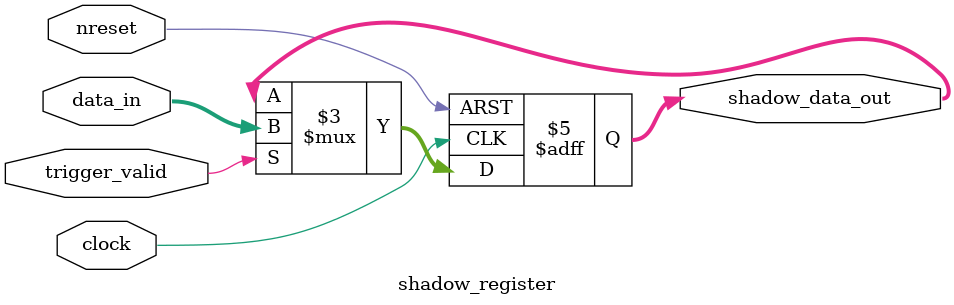
<source format=sv>

module trigger_shadow_reg #(
    parameter WIDTH = 16
)(
    input  wire             clock,
    input  wire             nreset,
    input  wire [WIDTH-1:0] data_in,
    input  wire [WIDTH-1:0] trigger_value,
    output wire [WIDTH-1:0] shadow_data
);
    // Pipeline stage registers
    reg  [WIDTH-1:0] data_capture_reg;
    reg  [WIDTH-1:0] data_pipeline_reg;
    wire [WIDTH-1:0] data_to_shadow;
    
    // Trigger detection signals
    reg              trigger_matched_stage1;
    wire             trigger_detected;
    reg              trigger_valid_reg;
    
    // Stage 1: Data Capture Pipeline
    always @(posedge clock or negedge nreset) begin
        if (~nreset) begin
            data_capture_reg <= {WIDTH{1'b0}};
        end else begin
            data_capture_reg <= data_in;
        end
    end
    
    // Stage 2: Data Pipeline and Trigger Detection
    always @(posedge clock or negedge nreset) begin
        if (~nreset) begin
            data_pipeline_reg    <= {WIDTH{1'b0}};
            trigger_matched_stage1 <= 1'b0;
        end else begin
            data_pipeline_reg    <= data_capture_reg;
            trigger_matched_stage1 <= (data_capture_reg == trigger_value);
        end
    end
    
    // Combinational comparison for final stage
    assign trigger_detected = trigger_matched_stage1;
    assign data_to_shadow = data_pipeline_reg;
    
    // Stage 3: Shadow Register Control
    always @(posedge clock or negedge nreset) begin
        if (~nreset) begin
            trigger_valid_reg <= 1'b0;
        end else begin
            trigger_valid_reg <= trigger_detected;
        end
    end
    
    // Shadow Register Module
    shadow_register #(
        .WIDTH(WIDTH)
    ) shadow_reg_inst (
        .clock          (clock),
        .nreset         (nreset),
        .data_in        (data_to_shadow),
        .trigger_valid  (trigger_valid_reg),
        .shadow_data_out(shadow_data)
    );
    
endmodule

// Optimized Shadow Register module
module shadow_register #(
    parameter WIDTH = 16
)(
    input  wire             clock,
    input  wire             nreset,
    input  wire [WIDTH-1:0] data_in,
    input  wire             trigger_valid,
    output reg  [WIDTH-1:0] shadow_data_out
);
    // Shadow register update logic
    always @(posedge clock or negedge nreset) begin
        if (~nreset) begin
            shadow_data_out <= {WIDTH{1'b0}};
        end else if (trigger_valid) begin
            shadow_data_out <= data_in;
        end
    end
endmodule
</source>
